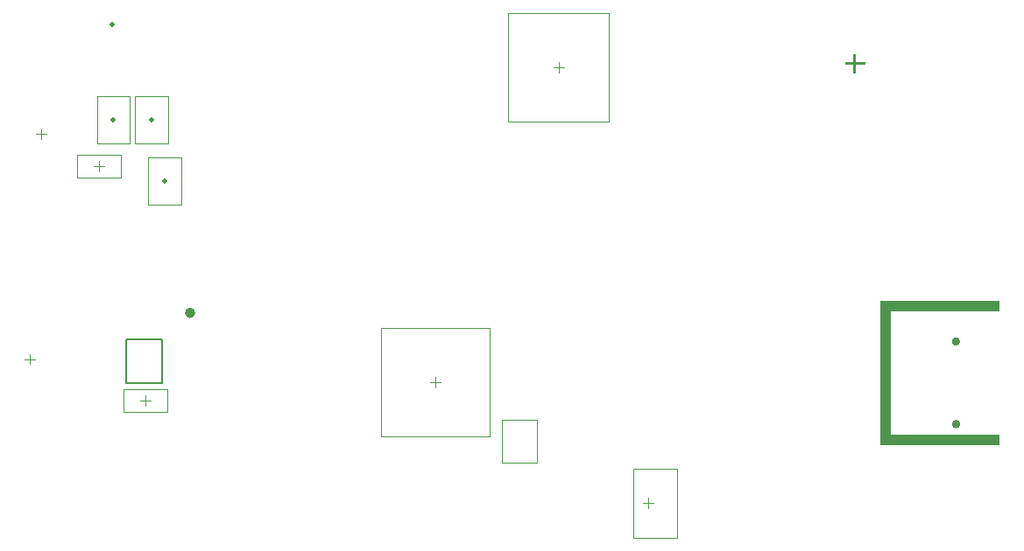
<source format=gbr>
%TF.GenerationSoftware,Altium Limited,Altium Designer,20.2.4 (192)*%
G04 Layer_Color=32768*
%FSLAX26Y26*%
%MOIN*%
%TF.SameCoordinates,E583F5DD-14CA-44D8-B3B7-8EACC7EC20E5*%
%TF.FilePolarity,Positive*%
%TF.FileFunction,Other,Mechanical_15*%
%TF.Part,Single*%
G01*
G75*
%TA.AperFunction,NonConductor*%
%ADD73C,0.019685*%
%ADD74C,0.007874*%
%ADD76C,0.003937*%
%ADD98C,0.015748*%
%TA.AperFunction,OtherPad,Pad C3-0 (617mil,2494mil)*%
%ADD99C,0.020000*%
%TA.AperFunction,OtherPad,Pad C5-0 (421mil,2727mil)*%
%ADD100C,0.020000*%
%TA.AperFunction,OtherPad,Pad D2-0 (417mil,3090mil)*%
%ADD101C,0.020000*%
%TA.AperFunction,OtherPad,Pad C11-0 (565mil,2727mil)*%
%ADD102C,0.020000*%
%TA.AperFunction,NonConductor*%
%ADD103C,0.001968*%
G36*
X3246964Y2947000D02*
X3282346D01*
Y2937000D01*
X3246964D01*
Y2903758D01*
X3236964D01*
Y2937000D01*
X3207346D01*
Y2942000D01*
Y2947000D01*
X3236964D01*
Y2978758D01*
X3246964D01*
Y2947000D01*
D02*
G37*
G36*
X3792552Y1999220D02*
X3379166D01*
Y1526780D01*
X3792552D01*
Y1487409D01*
X3339796D01*
Y1526780D01*
Y1999220D01*
Y2038591D01*
X3792552D01*
Y1999220D01*
D02*
G37*
D73*
X722677Y1992000D02*
G03*
X722677Y1992000I-9840J0D01*
G01*
D74*
X470579Y1724201D02*
Y1889799D01*
X605421D01*
Y1724201D02*
Y1889799D01*
X470579Y1724201D02*
X605421D01*
D76*
X524315Y1657000D02*
X563685D01*
X544000Y1637315D02*
Y1676685D01*
X1900071Y1585677D02*
X2033929D01*
X1900071Y1420323D02*
Y1585677D01*
Y1420323D02*
X2033929D01*
Y1585677D01*
X366000Y2530315D02*
Y2569685D01*
X346315Y2550000D02*
X385685D01*
X145000Y2653315D02*
Y2692685D01*
X125315Y2673000D02*
X164685D01*
X554008Y2403449D02*
X679992D01*
X554008Y2584551D02*
X679992D01*
X554008Y2403449D02*
Y2584551D01*
X679992Y2403449D02*
Y2584551D01*
X358008Y2636449D02*
X483992D01*
X358008Y2817551D02*
X483992D01*
X358008Y2636449D02*
Y2817551D01*
X483992Y2636449D02*
Y2817551D01*
X2437315Y1267000D02*
X2476685D01*
X2457000Y1247315D02*
Y1286685D01*
X502008Y2817551D02*
X627992D01*
X502008Y2636449D02*
X627992D01*
Y2817551D01*
X502008Y2636449D02*
Y2817551D01*
X2115000Y2909315D02*
Y2948685D01*
X2095315Y2929000D02*
X2134685D01*
X1647000Y1707315D02*
Y1746685D01*
X1627315Y1727000D02*
X1666685D01*
D98*
X3635541Y1568100D02*
G03*
X3635541Y1568100I-7870J0D01*
G01*
X3635421Y1883060D02*
G03*
X3635421Y1883060I-7870J0D01*
G01*
D99*
X617000Y2494000D02*
D03*
D100*
X421000Y2727000D02*
D03*
D101*
X417000Y3090000D02*
D03*
D102*
X565000Y2727000D02*
D03*
D103*
X83315Y1816000D02*
X122685D01*
X103000Y1796315D02*
Y1835685D01*
X627661Y1613693D02*
Y1700307D01*
X460339Y1613693D02*
Y1700307D01*
Y1613693D02*
X627661D01*
X460339Y1700307D02*
X627661D01*
X282339Y2593307D02*
X449661D01*
X282339Y2506693D02*
X449661D01*
X282339D02*
Y2593307D01*
X449661Y2506693D02*
Y2593307D01*
X2566252Y1135504D02*
Y1398496D01*
X2400898Y1135504D02*
X2566252D01*
X2400898D02*
Y1398496D01*
X2566252D01*
X1924055Y2722307D02*
X2305945D01*
X1924055Y3135693D02*
X2305945D01*
Y2722307D02*
Y3135693D01*
X1924055Y2722307D02*
Y3135693D01*
X1440307Y1520307D02*
X1853693D01*
X1440307Y1933693D02*
X1853693D01*
X1440307Y1520307D02*
Y1933693D01*
X1853693Y1520307D02*
Y1933693D01*
%TF.MD5,3b4c118767ef06865310b7e0043d5a3d*%
M02*

</source>
